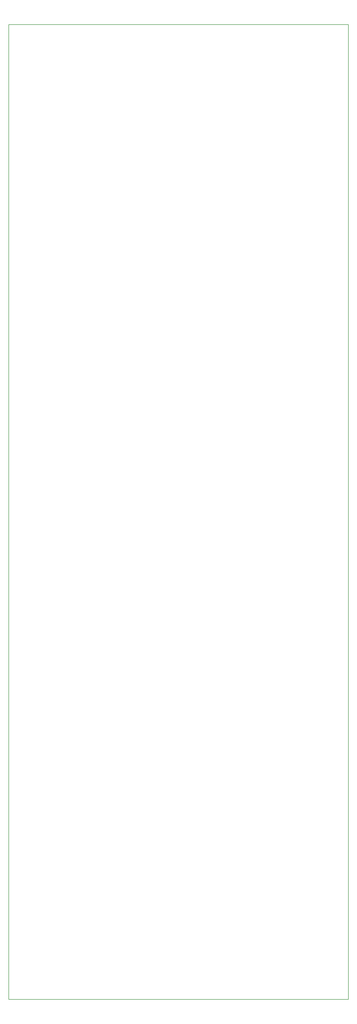
<source format=gko>
G04 Layer_Color=16711935*
%FSLAX25Y25*%
%MOIN*%
G70*
G01*
G75*
%ADD11C,0.01000*%
D11*
X4228000Y2057500D02*
Y4112500D01*
X4945500Y2065000D02*
Y4112500D01*
Y2061500D02*
Y2065000D01*
Y2057500D02*
Y2061500D01*
X4228000Y2057500D02*
X4945500D01*
X4228000Y4112500D02*
X4945500D01*
M02*

</source>
